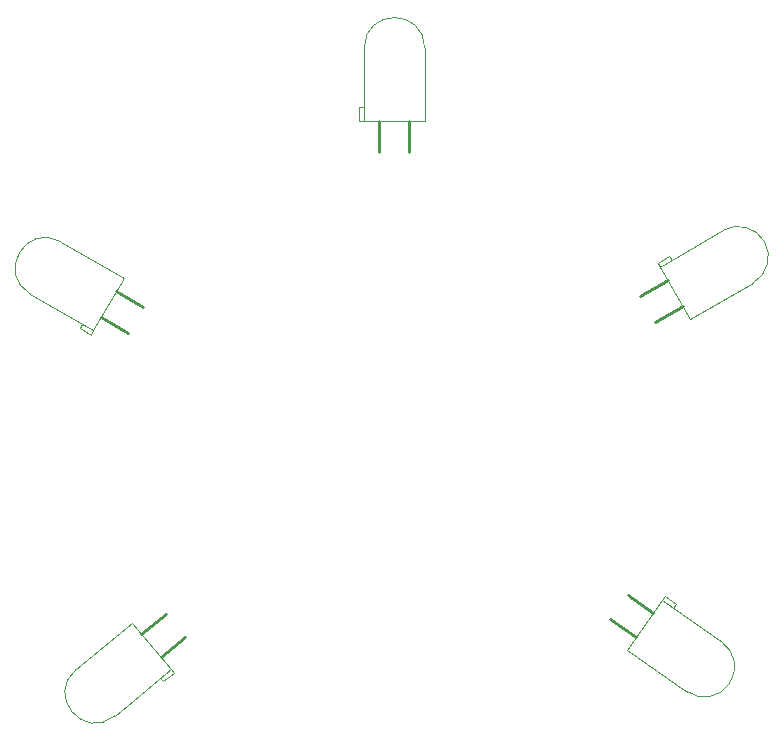
<source format=gbr>
%TF.GenerationSoftware,KiCad,Pcbnew,(5.1.8)-1*%
%TF.CreationDate,2022-03-30T15:59:02-07:00*%
%TF.ProjectId,Alpenglow_GoldSun_PCB,416c7065-6e67-46c6-9f77-5f476f6c6453,rev?*%
%TF.SameCoordinates,Original*%
%TF.FileFunction,Legend,Top*%
%TF.FilePolarity,Positive*%
%FSLAX46Y46*%
G04 Gerber Fmt 4.6, Leading zero omitted, Abs format (unit mm)*
G04 Created by KiCad (PCBNEW (5.1.8)-1) date 2022-03-30 15:59:02*
%MOMM*%
%LPD*%
G01*
G04 APERTURE LIST*
%ADD10C,0.120000*%
%ADD11C,0.254000*%
G04 APERTURE END LIST*
D10*
%TO.C,D1*%
X155214000Y-62798000D02*
X155214000Y-56638000D01*
X150094000Y-62798000D02*
X150094000Y-56638000D01*
X155214000Y-62798000D02*
X150094000Y-62798000D01*
X149694000Y-62798000D02*
X149694000Y-61678000D01*
X149694000Y-61678000D02*
X150094000Y-61678000D01*
X150094000Y-61678000D02*
X150094000Y-62798000D01*
X150094000Y-62798000D02*
X149694000Y-62798000D01*
X153924000Y-65468000D02*
X153924000Y-62798000D01*
X153924000Y-62798000D02*
X153924000Y-62798000D01*
D11*
X153924000Y-62798000D02*
X153924000Y-65468000D01*
D10*
X153924000Y-65468000D02*
X153924000Y-65468000D01*
X151384000Y-65468000D02*
X151384000Y-62798000D01*
X151384000Y-62798000D02*
X151384000Y-62798000D01*
D11*
X151384000Y-62798000D02*
X151384000Y-65468000D01*
D10*
X151384000Y-65468000D02*
X151384000Y-65468000D01*
X150094000Y-56638000D02*
G75*
G02*
X155214000Y-56638000I2560000J0D01*
G01*
%TO.C,D3*%
X177704795Y-79607773D02*
X183039512Y-76527773D01*
X175144795Y-75173723D02*
X180479512Y-72093723D01*
X177704795Y-79607773D02*
X175144795Y-75173723D01*
X174944795Y-74827313D02*
X175914744Y-74267313D01*
X175914744Y-74267313D02*
X176114744Y-74613723D01*
X176114744Y-74613723D02*
X175144795Y-75173723D01*
X175144795Y-75173723D02*
X174944795Y-74827313D01*
X174747507Y-79825600D02*
X177059795Y-78490600D01*
X177059795Y-78490600D02*
X177059795Y-78490600D01*
D11*
X177059795Y-78490600D02*
X174747507Y-79825600D01*
D10*
X174747507Y-79825600D02*
X174747507Y-79825600D01*
X173477507Y-77625895D02*
X175789795Y-76290895D01*
X175789795Y-76290895D02*
X175789795Y-76290895D01*
D11*
X175789795Y-76290895D02*
X173477507Y-77625895D01*
D10*
X173477507Y-77625895D02*
X173477507Y-77625895D01*
X180479512Y-72093723D02*
G75*
G02*
X183039512Y-76527773I1280000J-2217025D01*
G01*
%TO.C,D2*%
X129731405Y-76128827D02*
X124396688Y-73048827D01*
X127171405Y-80562877D02*
X121836688Y-77482877D01*
X129731405Y-76128827D02*
X127171405Y-80562877D01*
X126971405Y-80909287D02*
X126001456Y-80349287D01*
X126001456Y-80349287D02*
X126201456Y-80002877D01*
X126201456Y-80002877D02*
X127171405Y-80562877D01*
X127171405Y-80562877D02*
X126971405Y-80909287D01*
X131398693Y-78581000D02*
X129086405Y-77246000D01*
X129086405Y-77246000D02*
X129086405Y-77246000D01*
D11*
X129086405Y-77246000D02*
X131398693Y-78581000D01*
D10*
X131398693Y-78581000D02*
X131398693Y-78581000D01*
X130128693Y-80780705D02*
X127816405Y-79445705D01*
X127816405Y-79445705D02*
X127816405Y-79445705D01*
D11*
X127816405Y-79445705D02*
X130128693Y-80780705D01*
D10*
X130128693Y-80780705D02*
X130128693Y-80780705D01*
X121836688Y-77482877D02*
G75*
G02*
X124396688Y-73048827I1280000J2217025D01*
G01*
%TO.C,D4*%
X130410137Y-105308256D02*
X125691304Y-109267828D01*
X133701210Y-109230404D02*
X128982376Y-113189975D01*
X130410137Y-105308256D02*
X133701210Y-109230404D01*
X133958325Y-109536822D02*
X133100355Y-110256744D01*
X133100355Y-110256744D02*
X132843240Y-109950326D01*
X132843240Y-109950326D02*
X133701210Y-109230404D01*
X133701210Y-109230404D02*
X133958325Y-109536822D01*
X133284672Y-104580211D02*
X131239333Y-106296454D01*
X131239333Y-106296454D02*
X131239333Y-106296454D01*
D11*
X131239333Y-106296454D02*
X133284672Y-104580211D01*
D10*
X133284672Y-104580211D02*
X133284672Y-104580211D01*
X134917353Y-106525964D02*
X132872014Y-108242206D01*
X132872014Y-108242206D02*
X132872014Y-108242206D01*
D11*
X132872014Y-108242206D02*
X134917353Y-106525964D01*
D10*
X134917353Y-106525964D02*
X134917353Y-106525964D01*
X128982376Y-113189976D02*
G75*
G02*
X125691304Y-109267828I-1645536J1961074D01*
G01*
%TO.C,D5*%
X172384907Y-107601618D02*
X177430883Y-111134849D01*
X175321618Y-103407559D02*
X180367595Y-106940790D01*
X172384907Y-107601618D02*
X175321618Y-103407559D01*
X175551048Y-103079898D02*
X176468499Y-103722304D01*
X176468499Y-103722304D02*
X176239068Y-104049965D01*
X176239068Y-104049965D02*
X175321618Y-103407559D01*
X175321618Y-103407559D02*
X175551048Y-103079898D01*
X170937684Y-105013463D02*
X173124820Y-106544912D01*
X173124820Y-106544912D02*
X173124820Y-106544912D01*
D11*
X173124820Y-106544912D02*
X170937684Y-105013463D01*
D10*
X170937684Y-105013463D02*
X170937684Y-105013463D01*
X172394568Y-102932816D02*
X174581704Y-104464265D01*
X174581704Y-104464265D02*
X174581704Y-104464265D01*
D11*
X174581704Y-104464265D02*
X172394568Y-102932816D01*
D10*
X172394568Y-102932816D02*
X172394568Y-102932816D01*
X180367595Y-106940789D02*
G75*
G02*
X177430883Y-111134849I-1468356J-2097030D01*
G01*
%TD*%
M02*

</source>
